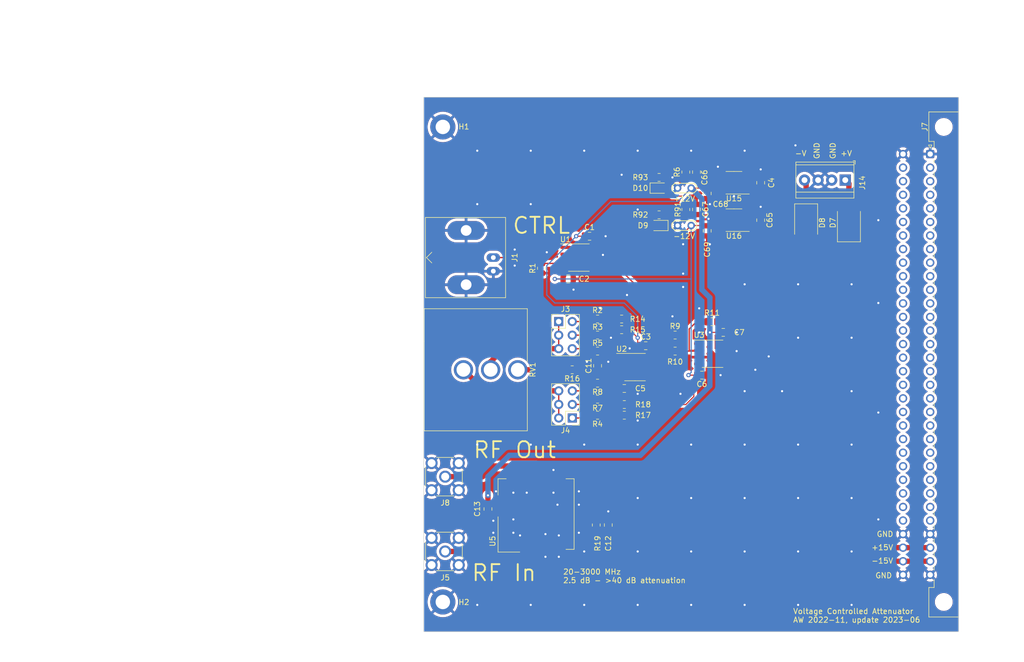
<source format=kicad_pcb>
(kicad_pcb (version 20241229) (generator "pcbnew") (generator_version "9.0")
  (title_block (title "Voltage Controlled Attenuator") (date "2022-11-27"))
  (layers (0 "F.Cu" signal) (2 "B.Cu" signal) (13 "F.Paste" user) (15 "B.Paste" user) (5 "F.SilkS" user "F.Silkscreen") (7 "B.SilkS" user "B.Silkscreen") (1 "F.Mask" user) (3 "B.Mask" user) (25 "Edge.Cuts" user))
  (net 0 "")
  (net 1 "V+")
  (net 2 "GND")
  (net 3 "V-")
  (net 4 "Net-(U2-+)")
  (net 5 "Net-(U15-SET)")
  (net 6 "Net-(U16-SET)")
  (net 7 "+15V")
  (net 8 "-15V")
  (net 9 "Net-(D7-A)")
  (net 10 "Net-(D8-K)")
  (net 11 "Net-(D9-A)")
  (net 12 "Net-(D10-K)")
  (net 13 "Net-(J1-In)")
  (net 14 "Net-(J3-Pin_2)")
  (net 15 "Net-(J3-Pin_4)")
  (net 16 "Net-(J3-Pin_6)")
  (net 17 "Net-(J4-Pin_1)")
  (net 18 "Net-(J4-Pin_3)")
  (net 19 "Net-(J4-Pin_5)")
  (net 36 "Net-(R14-Pad2)")
  (net 37 "Net-(R17-Pad2)")
  (net 38 "Net-(R11-Pad2)")
  (net 77 "Net-(U1--)")
  (net 78 "Net-(U3--)")
  (net 79 "Net-(U2--)")
  (net 92 "Net-(U5-CNTRL)")
  (net 93 "Net-(J5-In)")
  (net 94 "Net-(J8-In)")
  (net 95 "Net-(J3-Pin_1)")
  (net 96 "Net-(J4-Pin_2)")
  (net 97 "Net-(R16-Pad2)")
  (footprint "Package_SO:MSOP-12-1EP_3x4mm_P0.65mm_EP1.65x2.85mm" (layer "F.Cu") (at 158 73 180)
    (property "Reference" "U16")
    (property "Value" "LT3094xMSE")
  )
  (footprint "Resistor_SMD:R_0805_2012Metric" (layer "F.Cu") (at 132.5 103.5 180)
    (property "Reference" "R8")
    (property "Value" "1k")
  )
  (footprint "Package_SO:SOIC-8_3.9x4.9mm_P1.27mm" (layer "F.Cu") (at 129 80)
    (property "Reference" "U1")
    (property "Value" "ADA4610-1xR")
  )
  (footprint "RF_Mini-Circuits:Mini-Circuits_CK605" (layer "F.Cu") (at 121 128 90)
    (property "Reference" "U5")
    (property "Value" "RVA-3000R")
  )
  (footprint "Connector_PinHeader_2.54mm:PinHeader_2x03_P2.54mm_Vertical" (layer "F.Cu") (at 125.225 91.975)
    (property "Reference" "J3")
    (property "Value" "Conn_02x03_Odd_Even")
  )
  (footprint "Resistor_SMD:R_0805_2012Metric" (layer "F.Cu") (at 132.5 91.5)
    (property "Reference" "R2")
    (property "Value" "1k")
  )
  (footprint "Resistor_SMD:R_0805_2012Metric" (layer "F.Cu") (at 132.5 109.5 180)
    (property "Reference" "R4")
    (property "Value" "1k")
  )
  (footprint "Connector_PinHeader_2.54mm:PinHeader_2x03_P2.54mm_Vertical" (layer "F.Cu") (at 127.775 110.025 180)
    (property "Reference" "J4")
    (property "Value" "Conn_02x03_Odd_Even")
  )
  (footprint "Capacitor_SMD:C_0805_2012Metric" (layer "F.Cu") (at 156 94)
    (property "Reference" "C7")
    (property "Value" "C_0805")
  )
  (footprint "LED_SMD:LED_0805_2012Metric" (layer "F.Cu") (at 144 74 180)
    (property "Reference" "D9")
    (property "Value" "LED")
  )
  (footprint "Capacitor_SMD:C_0805_2012Metric" (layer "F.Cu") (at 112 127.05 -90)
    (property "Reference" "C13")
    (property "Value" "C_0805")
  )
  (footprint "Resistor_SMD:R_0805_2012Metric" (layer "F.Cu") (at 137 93.5 180)
    (property "Reference" "R15")
    (property "Value" "0R")
  )
  (footprint "Capacitor_SMD:C_0805_2012Metric" (layer "F.Cu") (at 132.5 100.25 90)
    (property "Reference" "C11")
    (property "Value" "C_0805")
  )
  (footprint "Capacitor_SMD:C_0805_2012Metric" (layer "F.Cu") (at 153 75 90)
    (property "Reference" "C69")
    (property "Value" "4u7")
  )
  (footprint "Package_SO:SOIC-8_3.9x4.9mm_P1.27mm" (layer "F.Cu") (at 154 98)
    (property "Reference" "U3")
    (property "Value" "ADA4610-1xR")
  )
  (footprint "Capacitor_SMD:C_0805_2012Metric" (layer "F.Cu") (at 151 64 90)
    (property "Reference" "C66")
    (property "Value" "470n")
  )
  (footprint "Diode_SMD:D_SMB" (layer "F.Cu") (at 179.5 73.5 90)
    (property "Reference" "D7")
    (property "Value" "D")
  )
  (footprint "Diode_SMD:D_SMB" (layer "F.Cu") (at 171.5 73.5 -90)
    (property "Reference" "D8")
    (property "Value" "D")
  )
  (footprint "Connector_DIN:DIN41612_C_2x32_Male_Horizontal_THT" (layer "F.Cu") (at 194.7 60.63 -90)
    (property "Reference" "J7")
    (property "Value" "DIN41612_02x32_AC")
  )
  (footprint "TerminalBlock_TE-Connectivity:TerminalBlock_TE_282834-4_1x04_P2.54mm_Horizontal" (layer "F.Cu") (at 178.815 65.5 180)
    (property "Reference" "J14")
    (property "Value" "Conn_01x04")
  )
  (footprint "Resistor_SMD:R_0805_2012Metric" (layer "F.Cu") (at 147 94.5)
    (property "Reference" "R9")
    (property "Value" "1k")
  )
  (footprint "Capacitor_SMD:C_0805_2012Metric" (layer "F.Cu") (at 152 102 180)
    (property "Reference" "C6")
    (property "Value" "C_0805")
  )
  (footprint "Capacitor_SMD:C_0805_2012Metric" (layer "F.Cu") (at 141.5 96.5)
    (property "Reference" "C3")
    (property "Value" "C_0805")
  )
  (footprint "Resistor_SMD:R_0805_2012Metric" (layer "F.Cu") (at 137.5 107.5 180)
    (property "Reference" "R18")
    (property "Value" "0R")
  )
  (footprint "Capacitor_SMD:C_0805_2012Metric" (layer "F.Cu") (at 134.5 130.05 -90)
    (property "Reference" "C12")
    (property "Value" "C_0805")
  )
  (footprint "Capacitor_SMD:C_0805_2012Metric" (layer "F.Cu") (at 131 76)
    (property "Reference" "C1")
    (property "Value" "C_0805")
  )
  (footprint "Capacitor_SMD:C_0805_2012Metric" (layer "F.Cu") (at 163 66 90)
    (property "Reference" "C4")
    (property "Value" "4u7")
  )
  (footprint "Resistor_SMD:R_0805_2012Metric" (layer "F.Cu") (at 132.5 94.5)
    (property "Reference" "R3")
    (property "Value" "1k")
  )
  (footprint "Connector_Coaxial:SMA_Molex_73251-2200_Horizontal" (layer "F.Cu") (at 104 135 90)
    (property "Reference" "J5")
    (property "Value" "RF_IN")
  )
  (footprint "TestPoint:TestPoint_2Pads_Pitch2.54mm_Drill0.8mm" (layer "F.Cu") (at 150 74 180)
    (property "Reference" "-12V")
    (property "Value" "TestPoint_2Pole")
  )
  (footprint "Resistor_SMD:R_0805_2012Metric" (layer "F.Cu") (at 132.5 97.5)
    (property "Reference" "R5")
    (property "Value" "1k")
  )
  (footprint "Capacitor_SMD:C_0805_2012Metric" (layer "F.Cu") (at 151 71 -90)
    (property "Reference" "C67")
    (property "Value" "470n")
  )
  (footprint "Resistor_SMD:R_0805_2012Metric" (layer "F.Cu") (at 137.5 109.5 180)
    (property "Reference" "R17")
    (property "Value" "0R")
  )
  (footprint "Capacitor_SMD:C_0805_2012Metric" (layer "F.Cu") (at 127 84)
    (property "Reference" "C2")
    (property "Value" "C_0805")
  )
  (footprint "LED_SMD:LED_0805_2012Metric" (layer "F.Cu") (at 144 67)
    (property "Reference" "D10")
    (property "Value" "LED")
  )
  (footprint "aw_kicad6:Potentiometer_Bourns_3590S_Single_Horizontal" (layer "F.Cu") (at 112.5 101 -90)
    (property "Reference" "RV1")
    (property "Value" "R_Potentiometer")
  )
  (footprint "Resistor_SMD:R_0805_2012Metric" (layer "F.Cu") (at 122 82 90)
    (property "Reference" "R1")
    (property "Value" "1k")
  )
  (footprint "Resistor_SMD:R_0805_2012Metric" (layer "F.Cu") (at 144 72 180)
    (property "Reference" "R92")
    (property "Value" "121k")
  )
  (footprint "Resistor_SMD:R_0805_2012Metric" (layer "F.Cu") (at 144 65)
    (property "Reference" "R93")
    (property "Value" "121k")
  )
  (footprint "Resistor_SMD:R_0805_2012Metric" (layer "F.Cu") (at 132.25 130.05 90)
    (property "Reference" "R19")
    (property "Value" "1k")
  )
  (footprint "Resistor_SMD:R_0805_2012Metric" (layer "F.Cu") (at 132.5 106.5 180)
    (property "Reference" "R7")
    (property "Value" "1k")
  )
  (footprint "Resistor_SMD:R_0805_2012Metric" (layer "F.Cu") (at 153.9125 92)
    (property "Reference" "R11")
    (property "Value" "1k")
  )
  (footprint "Capacitor_SMD:C_0805_2012Metric" (layer "F.Cu") (at 163 73 -90)
    (property "Reference" "C65")
    (property "Value" "4u7")
  )
  (footprint "MountingHole:MountingHole_2.7mm_M2.5_DIN965_Pad" (layer "F.Cu") (at 103.56 55.55)
    (property "Reference" "H1")
    (property "Value" "MountingHole_Pad")
  )
  (footprint "Resistor_SMD:R_0805_2012Metric" (layer "F.Cu") (at 149 71 -90)
    (property "Reference" "R91")
    (property "Value" "121k")
  )
  (footprint "Resistor_SMD:R_0805_2012Metric" (layer "F.Cu") (at 147 97.5)
    (property "Reference" "R10")
    (property "Value" "1k")
  )
  (footprint "Connector_Coaxial:BNC_Amphenol_B6252HB-NPP3G-50_Horizontal" (layer "F.Cu") (at 113 80 90)
    (property "Reference" "J1")
    (property "Value" "Conn_Coaxial")
  )
  (footprint "Resistor_SMD:R_0805_2012Metric" (layer "F.Cu") (at 127.75 101 180)
    (property "Reference" "R16")
    (property "Value" "1k")
  )
  (footprint "Capacitor_SMD:C_0805_2012Metric" (layer "F.Cu") (at 137.5 104.5)
    (property "Reference" "C5")
    (property "Value" "C_0805")
  )
  (footprint "Resistor_SMD:R_0805_2012Metric" (layer "F.Cu") (at 149 64 90)
    (property "Reference" "R6")
    (property "Value" "121k")
  )
  (footprint "Package_SO:MSOP-12-1EP_3x4mm_P0.65mm_EP1.65x2.85mm" (layer "F.Cu") (at 158 66 180)
    (property "Reference" "U15")
    (property "Value" "LT3045xMSE")
  )
  (footprint "Package_SO:SOIC-8_3.9x4.9mm_P1.27mm" (layer "F.Cu") (at 139.5 100.5)
    (property "Reference" "U2")
    (property "Value" "ADA4610-1xR")
  )
  (footprint "MountingHole:MountingHole_2.7mm_M2.5_DIN965_Pad" (layer "F.Cu") (at 103.56 144.45)
    (property "Reference" "H2")
    (property "Value" "MountingHole_Pad")
  )
  (footprint "TestPoint:TestPoint_2Pads_Pitch2.54mm_Drill0.8mm" (layer "F.Cu") (at 150 67 180)
    (property "Reference" "+12V")
    (property "Value" "TestPoint_2Pole")
  )
  (footprint "Resistor_SMD:R_0805_2012Metric" (layer "F.Cu") (at 137 91.5 180)
    (property "Reference" "R14")
    (property "Value" "0R")
  )
  (footprint "Capacitor_SMD:C_0805_2012Metric" (layer "F.Cu") (at 153 68 -90)
    (property "Reference" "C68")
    (property "Value" "4u7")
  )
  (footprint "Connector_Coaxial:SMA_Molex_73251-2200_Horizontal" (layer "F.Cu") (at 104 121 90)
    (property "Reference" "J8")
    (property "Value" "RF_OUT")
  )
  (gr_rect (start 100 50) (end 200 150) (stroke (width 0.1)) (fill no) (layer "Edge.Cuts"))
  (gr_text "+V" (at 179 60.5 0) (layer "F.SilkS") (effects (font (size 1 1))))
  (gr_text "GND" (at 176.5 60 90) (layer "F.SilkS") (effects (font (size 1 1))))
  (gr_text "-V" (at 170.5 60.5 0) (layer "F.SilkS") (effects (font (size 1 1))))
  (gr_text "GND" (at 186.25 131.75 0) (layer "F.SilkS") (effects (font (size 1 1))))
  (gr_text "Voltage Controlled Attenuator\nAW 2022-11, update 2023-06" (at 169 147 0) (layer "F.SilkS") (effects (font (size 1 1)) (justify left)))
  (gr_text "20-3000 MHz\n2.5 dB - >40 dB attenuation" (at 126 141 0) (layer "F.SilkS") (effects (font (size 1 1)) (justify left bottom)))
  (gr_text "GND" (at 173.5 60 90) (layer "F.SilkS") (effects (font (size 1 1))))
  (gr_text "-15V" (at 185.75 136.75 0) (layer "F.SilkS") (effects (font (size 1 1))))
  (gr_text "RF Out" (at 117 116 0) (layer "F.SilkS") (effects (font (size 3 3) (thickness 0.35))))
  (gr_text "+15V" (at 185.75 134.25 0) (layer "F.SilkS") (effects (font (size 1 1))))
  (gr_text "RF In" (at 115 139 0) (layer "F.SilkS") (effects (font (size 3 3) (thickness 0.35))))
  (gr_text "CTRL" (at 122 74 0) (layer "F.SilkS") (effects (font (size 3 3) (thickness 0.35))))
  (gr_text "GND" (at 186 139.5 0) (layer "F.SilkS") (effects (font (size 1 1))))
  (segment (start 152.95 67) (end 150 67) (width 0.2) (layer "F.Cu") (net 1))
  (segment (start 153.725 66.325) (end 153 67.05) (width 0.2) (layer "F.Cu") (net 1))
  (segment (start 140 99) (end 140 97.05) (width 0.2) (layer "F.Cu") (net 1))
  (segment (start 153.075 66.975) (end 153 67.05) (width 0.2) (layer "F.Cu") (net 1))
  (segment (start 155.85 66.975) (end 153.075 66.975) (width 0.2) (layer "F.Cu") (net 1))
  (segment (start 148.5 68.5) (end 146.4375 68.5) (width 0.2) (layer "F.Cu") (net 1))
  (segment (start 140 95) (end 140 95.95) (width 0.2) (layer "F.Cu") (net 1))
  (segment (start 114.904 126.349) (end 112.249 126.349) (width 1) (layer "F.Cu") (net 1))
  (segment (start 141.975 99.865) (end 140.865 99.865) (width 0.2) (layer "F.Cu") (net 1))
  (segment (start 146.4375 68.5) (end 144.9375 67) (width 0.2) (layer "F.Cu") (net 1))
  (segment (start 153.575 67.625) (end 153 67.05) (width 0.2) (layer "F.Cu") (net 1))
  (segment (start 130.115 79.365) (end 129.5 78.75) (width 0.2) (layer "F.Cu") (net 1))
  (segment (start 131.475 79.365) (end 130.115 79.365) (width 0.2) (layer "F.Cu") (net 1))
  (segment (start 140 97.05) (end 140.55 96.5) (width 0.2) (layer "F.Cu") (net 1))
  (segment (start 154.5 94.55) (end 155.05 94) (width 0.2) (layer "F.Cu") (net 1))
  (segment (start 128.5 76) (end 130.05 76) (width 0.2) (layer "F.Cu") (net 1))
  (segment (start 140 95.95) (end 140.55 96.5) (width 0.2) (layer "F.Cu") (net 1))
  (segment (start 129.5 76.55) (end 130.05 76) (width 0.2) (layer "F.Cu") (net 1))
  (segment (start 129.5 78.75) (end 129.5 76.55) (width 0.2) (layer "F.Cu") (net 1))
  (segment (start 150 67) (end 148.5 68.5) (width 0.2) (layer "F.Cu") (net 1))
  (segment (start 112 124.5) (end 112 126.1) (width 1) (layer "F.Cu") (net 1))
  (segment (start 138.5 93.5) (end 140 95) (width 0.2) (layer "F.Cu") (net 1))
  (segment (start 154.5 97) (end 154.5 94.55) (width 0.2) (layer "F.Cu") (net 1))
  (segment (start 153.5 94) (end 155.05 94) (width 0.2) (layer "F.Cu") (net 1))
  (segment (start 137.9125 93.5) (end 138.5 93.5) (width 0.2) (layer "F.Cu") (net 1))
  (segment (start 153 67.05) (end 152.95 67) (width 0.2) (layer "F.Cu") (net 1))
  (segment (start 112.249 126.349) (end 112 126.1) (width 0.2) (layer "F.Cu") (net 1))
  (segment (start 155.85 66.325) (end 153.725 66.325) (width 0.2) (layer "F.Cu") (net 1))
  (segment (start 140.865 99.865) (end 140 99) (width 0.2) (layer "F.Cu") (net 1))
  (segment (start 154.865 97.365) (end 154.5 97) (width 0.2) (layer "F.Cu") (net 1))
  (segment (start 156.475 97.365) (end 154.865 97.365) (width 0.2) (layer "F.Cu") (net 1))
  (segment (start 155.85 67.625) (end 153.575 67.625) (width 0.2) (layer "F.Cu") (net 1))
  (via (at 112 124.5) (size 0.8) (drill 0.4) (layers "F.Cu" "B.Cu") (net 1))
  (via (at 153.5 94) (size 0.8) (drill 0.4) (layers "F.Cu" "B.Cu") (net 1))
  (via (at 140 95) (size 0.8) (drill 0.4) (layers "F.Cu" "B.Cu") (net 1))
  (via (at 128.5 76) (size 0.8) (drill 0.4) (layers "F.Cu" "B.Cu") (net 1))
  (segment (start 140 91) (end 137.5 88.5) (width 0.2) (layer "B.Cu") (net 1))
  (segment (start 124.5 88.5) (end 123 87) (width 0.2) (layer "B.Cu") (net 1))
  (segment (start 150 67) (end 147.5 69.5) (width 0.2) (layer "B.Cu") (net 1))
  (segment (start 145 112.5) (end 140.5 117) (width 1) (layer "B.Cu") (net 1))
  (segment (start 123 84.5) (end 123 87) (width 0.2) (layer "B.Cu") (net 1))
  (segment (start 123 81.5) (end 123 84.5) (width 0.2) (layer "B.Cu") (net 1))
  (segment (start 137.5 88.5) (end 124.5 88.5) (width 0.2) (layer "B.Cu") (net 1))
  (segment (start 134 70.5) (end 128.5 76) (width 0.2) (layer "B.Cu") (net 1))
  (segment (start 153.5 104) (end 145 112.5) (width 1) (layer "B.Cu") (net 1))
  (segment (start 112 121) (end 112 124.5) (width 1) (layer "B.Cu") (net 1))
  (segment (start 119.5 117) (end 116 117) (width 1) (layer "B.Cu") (net 1))
  (segment (start 128.5 76) (end 123 81.5) (width 0.2) (layer "B.Cu") (net 1))
  (segment (start 140.5 117) (end 119.5 117) (width 1) (layer "B.Cu") (net 1))
  (segment (start 140 95) (end 140 91) (width 0.2) (layer "B.Cu") (net 1))
  (segment (start 150 67) (end 152 69) (width 1) (layer "B.Cu") (net 1))
  (segment (start 152 86) (end 153.5 87.5) (width 1) (layer "B.Cu") (net 1))
  (segment (start 135 69.5) (end 134 70.5) (width 0.2) (layer "B.Cu") (net 1))
  (segment (start 147.5 69.5) (end 135 69.5) (width 0.2) (layer "B.Cu") (net 1))
  (segment (start 116 117) (end 112 121) (width 1) (layer "B.Cu") (net 1))
  (segment (start 152 69) (end 152 86) (width 1) (layer "B.Cu") (net 1))
  (segment (start 153.5 87.5) (end 153.5 94) (width 1) (layer "B.Cu") (net 1))
  (segment (start 153.5 94) (end 153.5 104) (width 1) (layer "B.Cu") (net 1))
  (segment (start 148 66) (end 147.5 65.5) (width 0.25) (layer "F.Cu") (net 2))
  (segment (start 147.5 63) (end 148.9125 63) (width 0.25) (layer "F.Cu") (net 2))
  (segment (start 147.5 65.5) (end 147.5 63) (width 0.25) (layer "F.Cu") (net 2))
  (segment (start 160.15 71.375) (end 162.325 71.375) (width 0.25) (layer "F.Cu") (net 2))
  (segment (start 158 65.25) (end 158.875 64.375) (width 0.25) (layer "F.Cu") (net 2))
  (segment (start 158.875 64.375) (end 160.15 64.375) (width 0.25) (layer "F.Cu") (net 2))
  (segment (start 148.9125 63) (end 149 63.0875) (width 0.25) (layer "F.Cu") (net 2))
  (segment (start 157.675 65.675) (end 158 66) (width 0.25) (layer "F.Cu") (net 2))
  (segment (start 160.15 70.65) (end 158 68.5) (width 0.25) (layer "F.Cu") (net 2))
  (segment (start 158 66) (end 158 65.25) (width 0.25) (layer "F.Cu") (net 2))
  (segment (start 148 66.5) (end 148 66) (width 0.25) (layer "F.Cu") (net 2))
  (segment (start 146.5 66.04) (end 146.5 65) (width 0.25) (layer "F.Cu") (net 2))
  (segment (start 147.46 67) (end 147.5 67) (width 0.25) (layer "F.Cu") (net 2))
  (segment (start 160.15 71.375) (end 160.15 70.65) (width 0.25) (layer "F.Cu") (net 2))
  (segment (start 147.46 67) (end 146.5 66.04) (width 0.25) (layer "F.Cu") (net 2))
  (segment (start 156.95 94) (end 158.5 94) (width 0.25) (layer "F.Cu") (net 2))
  (segment (start 147.5 67) (end 148 66.5) (width 0.25) (layer "F.Cu") (net 2))
  (segment (start 155.85 72.675) (end 153.325 72.675) (width 0.25) (layer "F.Cu") (net 2))
  (segment (start 155.85 65.675) (end 157.675 65.675) (width 0.25) (layer "F.Cu") (net 2))
  (segment (start 153.325 72.675) (end 153.25 72.75) (width 0.25) (layer "F.Cu") (net 2))
  (segment (start 162.325 71.375) (end 163 72.05) (width 0.25) (layer "F.Cu") (net 2))
  (via (at 130 115) (size 0.8) (drill 0.4) (layers "F.Cu" "B.Cu") (net 2))
  (via (at 185 88.5) (size 0.8) (drill 0.4) (layers "F.Cu" "B.Cu") (net 2))
  (via (at 130 60) (size 0.8) (drill 0.4) (layers "F.Cu" "B.Cu") (net 2))
  (via (at 113.5 123.75) (size 0.8) (drill 0.4) (layers "F.Cu" "B.Cu") (net 2))
  (via (at 160 125) (size 0.8) (drill 0.4) (layers "F.Cu" "B.Cu") (net 2))
  (via (at 180 85) (size 0.8) (drill 0.4) (layers "F.Cu" "B.Cu") (net 2))
  (via (at 140 125) (size 0.8) (drill 0.4) (layers "F.Cu" "B.Cu") (net 2))
  (via (at 170 115) (size 0.8) (drill 0.4) (layers "F.Cu" "B.Cu") (net 2))
  (via (at 140 110.5) (size 0.8) (drill 0.4) (layers "F.Cu" "B.Cu") (net 2))
  (via (at 148 105.5) (size 0.8) (drill 0.4) (layers "F.Cu" "B.Cu") (net 2))
  (via (at 160 145) (size 0.8) (drill 0.4) (layers "F.Cu" "B.Cu") (net 2))
  (via (at 135 95) (size 0.8) (drill 0.4) (layers "F.Cu" "B.Cu") (net 2))
  (via (at 150 115) (size 0.8) (drill 0.4) (layers "F.Cu" "B.Cu") (net 2))
  (via (at 148.5 77.5) (size 0.8) (drill 0.4) (layers "F.Cu" "B.Cu") (net 2))
  (via (at 180 145) (size 0.8) (drill 0.4) (layers "F.Cu" "B.Cu") (net 2))
  (via (at 158.5 94) (size 0.8) (drill 0.4) (layers "F.Cu" "B.Cu") (net 2))
  (via (at 148.5 83) (size 0.8) (drill 0.4) (layers "F.Cu" "B.Cu") (net 2))
  (via (at 123 79) (size 0.8) (drill 0.4) (layers "F.Cu" "B.Cu") (net 2))
  (via (at 146.5 91) (size 0.8) (drill 0.4) (layers "F.Cu" "B.Cu") (net 2))
  (via (at 125.25 132) (size 0.8) (drill 0.4) (layers "F.Cu" "B.Cu") (net 2))
  (via (at 160 135) (size 0.8) (drill 0.4) (layers "F.Cu" "B.Cu") (net 2))
  (via (at 185 73) (size 0.8) (drill 0.4) (layers "F.Cu" "B.Cu") (net 2))
  (via (at 116.75 129) (size 0.8) (drill 0.4) (layers "F.Cu" "B.Cu") (net 2))
  (via (at 151.5 89.5) (size 0.8) (drill 0.4) (layers "F.Cu" "B.Cu") (net 2))
  (via (at 140 105.5) (size 0.8) (drill 0.4) (layers "F.Cu" "B.Cu") (net 2))
  (via (at 120 145) (size 0.8) (drill 0.4) (layers "F.Cu" "B.Cu") (net 2))
  (via (at 167 105) (size 0.8) (drill 0.4) (layers "F.Cu" "B.Cu") (net 2))
  (via (at 124.25 119.75) (size 0.8) (drill 0.4) (layers "F.Cu" "B.Cu") (net 2))
  (via (at 140 60) (size 0.8) (drill 0.4) (layers "F.Cu" "B.Cu") (net 2))
  (via (at 180 125) (size 0.8) (drill 0.4) (layers "F.Cu" "B.Cu") (net 2))
  (via (at 133.5 79.5) (size 0.8) (drill 0.4) (layers "F.Cu" "B.Cu") (net 2))
  (via (at 164.5 98.5) (size 0.8) (drill 0.4) (layers "F.Cu" "B.Cu") (net 2))
  (via (at 140 115) (size 0.8) (drill 0.4) (layers "F.Cu" "B.Cu") (net 2))
  (via (at 130 145) (size 0.8) (drill 0.4) (layers "F.Cu" "B.Cu") (net 2))
  (via (at 124.25 124) (size 0.8) (drill 0.4) (layers "F.Cu" "B.Cu") (net 2))
  (via (at 110 70) (size 0.8) (drill 0.4) (layers "F.Cu" "B.Cu") (net 2))
  (via (at 140 71) (size 0.8) (drill 0.4) (layers "F.Cu" "B.Cu") (net 2))
  (via (at 119.25 124) (size 0.8) (drill 0.4) (layers "F.Cu" "B.Cu") (net 2))
  (via (at 150 135) (size 0.8) (drill 0.4) (layers "F.Cu" "B.Cu") (net 2))
  (via (at 170 125) (size 0.8) (drill 0.4) (layers "F.Cu" "B.Cu") (net 2))
  (via (at 140 145) (size 0.8) (drill 0.4) (layers "F.Cu" "B.Cu") (net 2))
  (via (at 170 95) (size 0.8) (drill 0.4) (layers "F.Cu" "B.Cu") (net 2))
  (via (at 110 60) (size 0.8) (drill 0.4) (layers "F.Cu" "B.Cu") (net 2))
  (via (at 150 125) (size 0.8) (drill 0.4) (layers "F.Cu" "B.Cu") (net 2))
  (via (at 158.5 97.5) (size 0.8) (drill 0.4) (layers "F.Cu" "B.Cu") (net 2))
  (via (at 128 86) (size 0.8) (drill 0.4) (layers "F.Cu" "B.Cu") (net 2))
  (via (at 116.75 131.5) (size 0.8) (drill 0.4) (layers "F.Cu" "B.Cu") (net 2))
  (via (at 162 101) (size 0.8) (drill 0.4) (layers "F.Cu" "B.Cu") (net 2))
  (via (at 117 81.5) (size 0.8) (drill 0.4) (layers "F.Cu" "B.Cu") (net 2))
  (via (at 150 145) (size 0.8) (drill 0.4) (layers "F.Cu" "B.Cu") (net 2))
  (via (at 138 87) (size 0.8) (drill 0.4) (layers "F.Cu" "B.Cu") (net 2))
  (via (at 160 105) (size 0.8) (drill 0.4) (layers "F.Cu" "B.Cu") (net 2))
  (via (at 120 60) (size 0.8) (drill 0.4) (layers "F.Cu" "B.Cu") (net 2))
  (via (at 170 85) (size 0.8) (drill 0.4) (layers "F.Cu" "B.Cu") (net 2))
  (via (at 122.75 136) (size 0.8) (drill 0.4) (layers "F.Cu" "B.Cu") (net 2))
  (via (at 122.75 131.75) (size 0.8) (drill 0.4) (layers "F.Cu" "B.Cu") (net 2))
  (via (at 130 135) (size 0.8) (drill 0.4) (layers "F.Cu" "B.Cu") (net 2))
  (via (at 130.5 99.5) (size 0.8) (drill 0.4) (layers "F.Cu" "B.Cu") (net 2))
  (via (at 158 68.5) (size 0.8) (drill 0.4) (layers "F.Cu" "B.Cu") (net 2))
  (via (at 134.5 99.5) (size 0.8) (drill 0.4) (layers "F.Cu" "B.Cu") (net 2))
  (via (at 113 131.5) (size 0.8) (drill 0.4) (layers "F.Cu" "B.Cu") (net 2))
  (via (at 129 123.75) (size 0.8) (drill 0.4) (layers "F.Cu" "B.Cu") (net 2))
  (via (at 110 115) (size 0.8) (drill 0.4) (layers "F.Cu" "B.Cu") (net 2))
  (via (at 185 109) (size 0.8) (drill 0.4) (layers "F.Cu" "B.Cu") (net 2))
  (via (at 153.25 72.75) (size 0.8) (drill 0.4) (layers "F.Cu" "B.Cu") (net 2))
  (via (at 140 135) (size 0.8) (drill 0.4) (layers "F.Cu" "B.Cu") (net 2))
  (via (at 163 63.5) (size 0.8) (drill 0.4) (layers "F.Cu" "B.Cu") (net 2))
  (via (at 170 145) (size 0.8) (drill 0.4) (layers "F.Cu" "B.Cu") (net 2))
  (via (at 113 129.25) (size 0.8) (drill 0.4) (layers "F.Cu" "B.Cu") (net 2))
  (via (at 120 115) (size 0.8) (drill 0.4) (layers "F.Cu" "B.Cu") (net 2))
  (via (at 153.5 70) (size 0.8) (drill 0.4) (layers "F.Cu" "B.Cu") (net 2))
  (via (at 180 95) (size 0.8) (drill 0.4) (layers "F.Cu" "B.Cu") (net 2))
  (via (at 116.75 124) (size 0.8) (drill 0.4) (layers "F.Cu" "B.Cu") (net 2))
  (via (at 146.5 65) (size 0.8) (drill 0.4) (layers "F.Cu" "B.Cu") (net 2))
  (via (at 180 105) (size 0.8) (drill 0.4) (layers "F.Cu" "B.Cu") (net 2))
  (via (at 150 60) (size 0.8) (drill 0.4) (layers "F.Cu" "B.Cu") (net 2))
  (via (at 185 129) (size 0.8) (drill 0.4) (layers "F.Cu" "B.Cu") (net 2))
  (via (at 125 126.25) (size 0.8) (drill 0.4) (layers "F.Cu" "B.Cu") (net 2))
  (via (at 118 132) (size 0.8) (drill 0.4) (layers "F.Cu" "B.Cu") (net 2))
  (via (at 148.5 85.5) (size 0.8) (drill 0.4) (layers "F.Cu" "B.Cu") (net 2))
  (via (at 163 70.5) (size 0.8) (drill 0.4) (layers "F.Cu" "B.Cu") (net 2))
  (via (at 169.5 59) (size 0.8) (drill 0.4) (layers "F.Cu" "B.Cu") (net 2))
  (via (at 180 135) (size 0.8) (drill 0.4) (layers "F.Cu" "B.Cu") (net 2))
  (via (at 137 64.5) (size 0.8) (drill 0.4) (layers "F.Cu" "B.Cu") (net 2))
  (via (at 125.25 136) (size 0.8) (drill 0.4) (layers "F.Cu" "B.Cu") (net 2))
  (via (at 160 60) (size 0.8) (drill 0.4) (layers "F.Cu" "B.Cu") (net 2))
  (via (at 170 135) (size 0.8) (drill 0.4) (layers "F.Cu" "B.Cu") (net 2))
  (via (at 120 70) (size 0.8) (drill 0.4) (layers "F.Cu" "B.Cu") (net 2))
  (via (at 133 89.5) (size 0.8) (drill 0.4) (layers "F.Cu" "B.Cu") (net 2))
  (via (at 155 63) (size 0.8) (drill 0.4) (layers "F.Cu" "B.Cu") (net 2))
  (via (at 134 76) (size 0.8) (drill 0.4) (layers "F.Cu" "B.Cu") (net 2))
  (via (at 155.5 102) (size 0.8) (drill 0.4) (layers "F.Cu" "B.Cu") (net 2))
  (via (at 180 115) (size 0.8) (drill 0.4) (layers "F.Cu" "B.Cu") (net 2))
  (via (at 153.5 77.5) (size 0.8) (drill 0.4) (layers "F.Cu" "B.Cu") (net 2))
  (via (at 110 145) (size 0.8) (drill 0.4) (layers "F.Cu" "B.Cu") (net 2))
  (via (at 160 85) (size 0.8) (drill 0.4) (layers "F.Cu" "B.Cu") (net 2))
  (via (at 134.5 127.5) (size 0.8) (drill 0.4) (layers "F.Cu" "B.Cu") (net 2))
  (via (at 160 115) (size 0.8) (drill 0.4) (layers "F.Cu" "B.Cu") (net 2))
  (via (at 129 131.5) (size 0.8) (drill 0.4) (layers "F.Cu" "B.Cu") (net 2))
  (via (at 138.5 97) (size 0.8) (drill 0.4) (layers "F.Cu" "B.Cu") (net 2))
  (via (at 151.5 94) (size 0.8) (drill 0.4) (layers "F.Cu" "B.Cu") (net 2))
  (via (at 117 78.5) (size 0.8) (drill 0.4) (layers "F.Cu" "B.Cu") (net 2))
  (via (at 129 126.25) (size 0.8) (drill 0.4) (layers "F.Cu" "B.Cu") (net 2))
  (segment (start 137.025 102.405) (end 137.025 104.025) (width 0.2) (layer "F.Cu") (net 3))
  (segment (start 153.725 73.325) (end 153 74.05) (width 0.2) (layer "F.Cu") (net 3))
  (segment (start 150.5 102.55) (end 151.05 102) (width 0.2) (layer "F.Cu") (net 3))
  (segment (start 144.9375 74.9375) (end 144.9375 74) (width 0.2) (layer "F.Cu") (net 3))
  (segment (start 152.95 74) (end 150 74) (width 0.2) (layer "F.Cu") (net 3))
  (segment (start 136.55 105.05) (end 138.4125 106.9125) (width 0.2) (layer "F.Cu") (net 3))
  (segment (start 155.85 73.975) (end 153.075 73.975) (width 0.2) (layer "F.Cu") (net 3))
  (segment (start 148 76) (end 146 76) (width 0.2) (layer "F.Cu") (net 3))
  (segment (start 153.075 73.975) (end 153 74.05) (width 0.2) (layer "F.Cu") (net 3))
  (segment (start 150.5 106) (end 150.5 102.55) (width 0.2) (layer "F.Cu") (net 3))
  (segment (start 137.025 104.025) (end 136.55 104.5) (width 0.2) (layer "F.Cu") (net 3))
  (segment (start 153 74.05) (end 152.95 74) (width 0.2) (layer "F.Cu") (net 3))
  (segment (start 126.525 81.905) (end 126.525 83.525) (width 0.2) (layer "F.Cu") (net 3))
  (segment (start 149.5 102) (end 151.05 102) (width 0.2) (layer "F.Cu") (net 3))
  (segment (start 151.525 99.905) (end 151.525 101.525) (width 0.2) (layer "F.Cu") (net 3))
  (segment (start 155.85 74.625) (end 153.575 74.625) (width 0.2) (layer "F.Cu") (net 3))
  (segment (start 138.4125 107.5) (end 149 107.5) (width 0.2) (layer "F.Cu") (net 3))
  (segment (start 136.55 104.5) (end 136.55 105.05) (width 0.2) (layer "F.Cu") (net 3))
  (segment (start 151.525 101.525) (end 151.05 102) (width 0.2) (layer "F.Cu") (net 3))
  (segment (start 146 76) (end 144.9375 74.9375) (width 0.2) (layer "F.Cu") (net 3))
  (segment (start 149 107.5) (end 150.5 106) (width 0.2) (layer "F.Cu") (net 3))
  (segment (start 124.5 84) (end 126.05 84) (width 0.2) (layer "F.Cu") (net 3))
  (segment (start 138.4125 106.9125) (end 138.4125 107.5) (width 0.2) (layer "F.Cu") (net 3))
  (segment (start 126.525 83.525) (end 126.05 84) (width 0.2) (layer "F.Cu") (net 3))
  (segment (start 150 74) (end 148 76) (width 0.2) (layer "F.Cu") (net 3))
  (segment (start 155.85 73.325) (end 153.725 73.325) (width 0.2) (layer "F.Cu") (net 3))
  (segment (start 153.575 74.625) (end 153 74.05) (width 0.2) (layer "F.Cu") (net 3))
  (via (at 149.5 102) (size 0.8) (drill 0.4) (layers "F.Cu" "B.Cu") (net 3))
  (via (at 124.5 84) (size 0.8) (drill 0.4) (layers "F.Cu" "B.Cu") (net 3))
  (segment (start 150 84) (end 150 101.5) (width 0.2) (layer "B.Cu") (net 3))
  (segment (start 150 101.5) (end 149.5 102) (width 0.2) (layer "B.Cu") (net 3))
  (segment (start 150 84) (end 124.5 84) (width 0.2) (layer "B.Cu") (net 3))
  (segment (start 150 84) (end 150 74) (width 0.2) (layer "B.Cu") (net 3))
  (segment (start 132.565 101.135) (end 132.5 101.2) (width 0.25) (layer "F.Cu") (net 4))
  (segment (start 137.025 101.135) (end 132.565 101.135) (width 0.25) (layer "F.Cu") (net 4))
  (segment (start 128.8625 101.2) (end 128.6625 101) (width 0.25) (layer "F.Cu") (net 4))
  (segment (start 132.5 101.2) (end 128.8625 101.2) (width 0.25) (layer "F.Cu") (net 4))
  (segment (start 155.85 65.025) (end 151.075 65.025) (width 0.25) (layer "F.Cu") (net 5))
  (segment (start 151.075 65.025) (end 151 64.95) (width 0.25) (layer "F.Cu") (net 5))
  (segment (start 149.0375 64.95) (end 149 64.9125) (width 0.25) (layer "F.Cu") (net 5))
  (segment (start 151 64.95) (end 149.0375 64.95) (width 0.25) (layer "F.Cu") (net 5))
  (segment (start 151.075 72.025) (end 151 71.95) (width 0.25) (layer "F.Cu") (net 6))
  (segment (start 149.0375 71.95) (end 149 71.9125) (width 0.25) (layer "F.Cu") (net 6))
  (segment (start 155.85 72.025) (end 151.075 72.025) (width 0.25) (layer "F.Cu") (net 6))
  (segment (start 151 71.95) (end 149.0375 71.95) (width 0.25) (layer "F.Cu") (net 6))
  (segment (start 165.05 66.95) (end 163 66.95) (width 1) (layer "F.Cu") (net 7))
  (segment (start 160.15 66.975) (end 162.975 66.975) (width 0.25) (layer "F.Cu") (net 7))
  (segment (start 187 76) (end 187 67.185) (width 1) (layer "F.Cu") (net 7))
  (segment (start 160.15 65.675) (end 161.325 65.675) (width 0.25) (layer "F.Cu") (net 7))
  (segment (start 155.85 64.375) (end 155.85 64.15) (width 0.25) (layer "F.Cu") (net 7))
  (segment (start 194.7 134.29) (end 189.62 134.29) (width 1) (layer "F.Cu") (net 7))
  (segment (start 186.65 75.65) (end 179.5 75.65) (width 1) (layer "F.Cu") (net 7))
  (segment (start 189.62 134.29) (end 188.29 134.29) (width 1) (layer "F.Cu") (net 7))
  (segment (start 180.815 61) (end 168 61) (width 1) (layer "F.Cu") (net 7))
  (segment (start 161.5 63.5) (end 161.5 65.5) (width 0.25) (layer "F.Cu") (net 7))
  (segment (start 166 66) (end 165.05 66.95) (width 1) (layer "F.Cu") (net 7))
  (segment (start 162.975 66.975) (end 163 66.95) (width 0.25) (layer "F.Cu") (net 7))
  (segment (start 187 67.185) (end 180.815 61) (width 1) (layer "F.Cu") (net 7))
  (segment (start 188.29 134.29) (end 187 133) (width 1) (layer "F.Cu") (net 7))
  (segment (start 162.325 67.625) (end 163 66.95) (width 0.25) (layer "F.Cu") (net 7))
  (segment (start 168 61) (end 166 63) (width 1) (layer "F.Cu") (net 7))
  (segment (start 161.725 65.675) (end 163 66.95) (width 0.25) (layer "F.Cu") (net 7))
  (segment (start 160.15 67.625) (end 162.325 67.625) (width 0.25) (layer "F.Cu") (net 7))
  (segment (start 161.325 65.675) (end 161.725 65.675) (width 0.25) (layer "F.Cu") (net 7))
  (segment (start 162.375 66.325) (end 163 66.95) (width 0.25) (layer "F.Cu") (net 7))
  (segment (start 187 76) (end 186.65 75.65) (width 1) (layer "F.Cu") (net 7))
  (segment (start 187 133) (end 187 76) (width 1) (layer "F.Cu") (net 7))
  (segment (start 155.85 64.15) (end 156.5 63.5) (width 0.25) (layer "F.Cu") (net 7))
  (segment (start 156.5 63.5) (end 161.5 63.5) (width 0.25) (layer "F.Cu") (net 7))
  (segment (start 160.15 66.325) (end 162.375 66.325) (width 0.25) (layer "F.Cu") (net 7))
  (segment (start 161.5 65.5) (end 161.325 65.675) (width 0.25) (layer "F.Cu") (net 7))
  (segment (start 166 63) (end 166 66) (width 1) (layer "F.Cu") (net 7))
  (segment (start 189.62 136.83) (end 186.83 136.83) (width 1) (layer "F.Cu") (net 8))
  (segment (start 162.375 73.325) (end 163 73.95) (width 0.25) (layer "F.Cu") (net 8))
  (segment (start 171.25 81.25) (end 171.5 81) (width 1) (layer "F.Cu") (net 8))
  (segment (start 162.975 73.975) (end 163 73.95) (width 0.25) (layer "F.Cu") (net 8))
  (segment (start 161.325 73.325) (end 162.375 73.325) (width 0.25) (layer "F.Cu") (net 8))
  (segment (start 160.15 73.975) (end 162.975 73.975) (width 0.25) (layer "F.Cu") (net 8))
  (segment (start 186.83 136.83) (end 183 133) (width 1) (layer "F.Cu") (net 8))
  (segment (start 171.5 81) (end 171.5 75.65) (width 1) (layer "F.Cu") (net 8))
  (segment (start 161.5 73.15) (end 161.325 73.325) (width 0.25) (layer "F.Cu") (net 8))
  (segment (start 162.325 74.625) (end 163 73.95) (width 0.25) (layer "F.Cu") (net 8))
  (segment (start 194.7 136.83) (end 189.62 136.83) (width 1) (layer "F.Cu") (net 8))
  (segment (start 160.15 72.025) (end 161.475 72.025) (width 0.25) (layer "F.Cu") (net 8))
  (segment (start 161.475 72.025) (end 161.5 72) (width 0.25) (layer "F.Cu") (net 8))
  (segment (start 161.5 72) (end 161.5 73.15) (width 0.25) (layer "F.Cu") (net 8))
  (segment (start 183 133) (end 183 83) (width 1) (layer "F.Cu") (net 8))
  (segment (start 170.3 81.25) (end 163 73.95) (width 1) (layer "F.Cu") (net 8))
  (segment (start 160.15 73.325) (end 158.325 73.325) (width 0.25) (layer "F.Cu") (net 8))
  (segment (start 171.25 81.25) (end 170.3 81.25) (width 1) (layer "F.Cu") (net 8))
  (segment (start 181.25 81.25) (end 171.25 81.25) (width 1) (layer "F.Cu") (net 8))
  (segment (start 158.325 73.325) (end 158 73) (width 0.25) (layer "F.Cu") (net 8))
  (segment (start 160.15 73.325) (end 161.325 73.325) (width 0.25) (layer "F.Cu") (net 8))
  (segment (start 183 83) (end 181.25 81.25) (width 1) (layer "F.Cu") (net 8))
  (segment (start 160.15 74.625) (end 162.325 74.625) (width 0.25) (layer "F.Cu") (net 8))
  (segment (start 179.5 71.35) (end 179.5 66.185) (width 1) (layer "F.Cu") (net 9))
  (segment (start 179.5 66.185) (end 178.815 65.5) (width 1) (layer "F.Cu") (net 9))
  (segment (start 171.5 71.35) (end 171.5 65.805) (width 1) (layer "F.Cu") (net 10))
  (segment (start 171.5 65.805) (end 171.195 65.5) (width 1) (layer "F.Cu") (net 10))
  (segment (start 143.0625 72.025) (end 143.0875 72) (width 0.25) (layer "F.Cu") (net 11))
  (segment (start 143.0625 74) (end 143.0625 72.025) (width 0.25) (layer "F.Cu") (net 11))
  (segment (start 143.0625 67) (end 143.0625 65.025) (width 0.25) (layer "F.Cu") (net 12))
  (segment (start 143.0625 65.025) (end 143.0875 65) (width 0.25) (layer "F.Cu") (net 12))
  (segment (start 120.9125 80) (end 122 81.0875) (width 0.25) (layer "F.Cu") (net 13))
  (segment (start 124.865 80.635) (end 126.525 80.635) (width 0.25) (layer "F.Cu") (net 13))
  (segment (start 122 81.0875) (end 124.4125 81.0875) (width 0.25) (layer "F.Cu") (net 13))
  (segment (start 113 80) (end 120.9125 80) (width 0.25) (layer "F.Cu") (net 13))
  (segment (start 124.4125 81.0875) (end 124.865 80.635) (width 0.25) (layer "F.Cu") (net 13))
  (segment (start 127.765 91.975) (end 131.1125 91.975) (width 0.25) (layer "F.Cu") (net 14))
  (segment (start 131.1125 91.975) (end 131.5875 91.5) (width 0.25) (layer "F.Cu") (net 14))
  (segment (start 127.765 94.515) (end 131.5725 94.515) (width 0.25) (layer "F.Cu") (net 15))
  (segment (start 131.5725 94.515) (end 131.5875 94.5) (width 0.25) (layer "F.Cu") (net 15))
  (segment (start 131.1425 97.055) (end 131.5875 97.5) (width 0.25) (layer "F.Cu") (net 16))
  (segment (start 127.765 97.055) (end 131.1425 97.055) (width 0.25) (layer "F.Cu") (net 16))
  (segment (start 127.775 110.025) (end 131.0625 110.025) (width 0.25) (layer "F.Cu") (net 17))
  (segment (start 131.0625 110.025) (end 131.5875 109.5) (width 0.25) (layer "F.Cu") (net 17))
  (segment (start 130.6025 107.485) (end 131.5875 106.5) (width 0.25) (layer "F.Cu") (net 18))
  (segment (start 127.775 107.485) (end 130.6025 107.485) (width 0.25) (layer "F.Cu") (net 18))
  (segment (start 127.775 104.945) (end 130.1425 104.945) (width 0.25) (layer "F.Cu") (net 19))
  (segment (start 130.1425 104.945) (end 131.5875 103.5) (width 0.25) (layer "F.Cu") (net 19))
  (segment (start 134.75 91.5) (end 133.4125 91.5) (width 0.25) (layer "F.Cu") (net 36))
  (segment (start 133.4125 91.5) (end 133.4125 94.5) (width 0.2) (layer "F.Cu") (net 36))
  (segment (start 133.4125 97.5) (end 133.4125 94.5) (width 0.2) (layer "F.Cu") (net 36))
  (segment (start 136.0875 93.5) (end 135.5 93.5) (width 0.25) (layer "F.Cu") (net 36))
  (segment (start 136.0875 91.5) (end 134.75 91.5) (width 0.25) (layer "F.Cu") (net 36))
  (segment (start 135.5 93.5) (end 134.75 92.75) (width 0.25) (layer "F.Cu") (net 36))
  (segment (start 134.75 92.75) (end 134.75 91.5) (width 0.25) (layer "F.Cu") (net 36))
  (segment (start 136.5875 107.5) (end 136.25 107.5) (width 0.25) (layer "F.Cu") (net 37))
  (segment (start 136.5875 109.5) (end 135.25 109.5) (width 0.25) (layer "F.Cu") (net 37))
  (segment (start 135.25 108.5) (end 135.25 109.5) (width 0.25) (layer "F.Cu") (net 37))
  (segment (start 133.4125 106.5) (end 133.4125 103.5) (width 0.2) (layer "F.Cu") (net 37))
  (segment (start 135.25 109.5) (end 133.4125 109.5) (width 0.25) (layer "F.Cu") (net 37))
  (segment (start 136.25 107.5) (end 135.25 108.5) (width 0.25) (layer "F.Cu") (net 37))
  (segment (start 133.4125 109.5) (end 133.4125 106.5) (width 0.2) (layer "F.Cu") (net 37))
  (segment (start 160 100) (end 160 98.5) (width 0.25) (layer "F.Cu") (net 38))
  (segment (start 160 98.5) (end 160 98.75) (width 0.25) (layer "F.Cu") (net 38))
  (segment (start 154.825 92) (end 159 92) (width 0.25) (layer "F.Cu") (net 38))
  (segment (start 159 92) (end 160 93) (width 0.25) (layer "F.Cu") (net 38))
  (segment (start 132.25 129.1375) (end 132.25 127.75) (width 0.25) (layer "F.Cu") (net 38))
  (segment (start 160 93) (end 160 98.5) (width 0.25) (layer "F.Cu") (net 38))
  (segment (start 159.75 98.75) (end 156.59 98.75) (width 0.25) (layer "F.Cu") (net 38))
  (segment (start 160 98.75) (end 159.75 98.75) (width 0.25) (layer "F.Cu") (net 38))
  (segment (start 156.59 98.75) (end 156.475 98.635) (width 0.25) (layer "F.Cu") (net 38))
  (segment (start 132.25 127.75) (end 160 100) (width 0.25) (layer "F.Cu") (net 38))
  (segment (start 131.475 80.635) (end 129.885 80.635) (width 0.25) (layer "F.Cu") (net 77))
  (segment (start 146.0875 94.5) (end 146.0875 91.612805) (width 0.25) (layer "F.Cu") (net 77))
  (segment (start 128.615 79.365) (end 126.525 79.365) (width 0.25) (layer "F.Cu") (net 77))
  (segment (start 146.0875 91.612805) (end 135.109695 80.635) (width 0.25) (layer "F.Cu") (net 77))
  (segment (start 129.885 80.635) (end 128.615 79.365) (width 0.25) (layer "F.Cu") (net 77))
  (segment (start 135.109695 80.635) (end 131.475 80.635) (width 0.25) (layer "F.Cu") (net 77))
  (segment (start 149.635 93.365) (end 151 92) (width 0.25) (layer "F.Cu") (net 78))
  (segment (start 149.635 97.365) (end 149.635 93.365) (width 0.25) (layer "F.Cu") (net 78))
  (segment (start 151.39 97.5) (end 151.525 97.365) (width 0.25) (layer "F.Cu") (net 78))
  (segment (start 147.9125 97.5) (end 151.39 97.5) (width 0.25) (layer "F.Cu") (net 78))
  (segment (start 151 92) (end 153 92) (width 0.25) (layer "F.Cu") (net 78))
  (segment (start 147.9125 94.5) (end 147.9125 97.5) (width 0.25) (layer "F.Cu") (net 78))
  (segment (start 149.635 97.365) (end 151.525 97.365) (width 0.25) (layer "F.Cu") (net 78))
  (segment (start 141.975 101.135) (end 140.135 101.135) (width 0.25) (layer "F.Cu") (net 79))
  (segment (start 141.975 101.135) (end 144.865 101.135) (width 0.25) (layer "F.Cu") (net 79))
  (segment (start 140.135 101.135) (end 138.865 99.865) (width 0.25) (layer "F.Cu") (net 79))
  (segment (start 138.865 99.865) (end 137.025 99.865) (width 0.25) (layer "F.Cu") (net 79))
  (segment (start 146.0875 99.9125) (end 146.0875 97.5) (width 0.25) (layer "F.Cu") (net 79))
  (segment (start 144.865 101.135) (end 146.0875 99.9125) (width 0.25) (layer "F.Cu") (net 79))
  (segment (start 130.9625 130.9625) (end 128.889 128.889) (width 0.25) (layer "F.Cu") (net 92))
  (segment (start 132.25 130.9625) (end 134.4625 130.9625) (width 0.25) (layer "F.Cu") (net 92))
  (segment (start 134.4625 130.9625) (end 134.5 131) (width 0.25) (layer "F.Cu") (net 92))
  (segment (start 128.889 128.889) (end 127.096 128.889) (width 0.25) (layer "F.Cu") (net 92))
  (segment (start 132.25 130.9625) (end 130.9625 130.9625) (width 0.25) (layer "F.Cu") (net 92))
  (segment (start 120.111 135.889) (end 120.111 134.096) (width 1) (layer "F.Cu") (net 93))
  (segment (start 119 137) (end 120.111 135.889) (width 1) (layer "F.Cu") (net 93))
  (segment (start 111 135) (end 113 137) (width 1) (layer "F.Cu") (net 93))
  (segment (start 113 137) (end 119 137) (width 1) (layer "F.Cu") (net 93))
  (segment (start 104 135) (end 111 135) (width 1) (layer "F.Cu") (net 93))
  (segment (start 121 119) (end 113 119) (width 1) (layer "F.Cu") (net 94))
  (segment (start 113 119) (end 111 121) (width 1) (layer "F.Cu") (net 94))
  (segment (start 121.762 121.904) (end 121.762 119.762) (width 1) (layer "F.Cu") (net 94))
  (segment (start 111 121) (end 104 121) (width 1) (layer "F.Cu") (net 94))
  (segment (start 121.762 119.762) (end 121 119) (width 1) (layer "F.Cu") (net 94))
  (segment (start 125.225 97.055) (end 114.945 97.055) (width 1) (layer "F.Cu") (net 95))
  (segment (start 125.225 94.515) (end 125.225 91.975) (width 0.25) (layer "F.Cu") (net 95))
  (segment (start 114.945 97.055) (end 112.5 99.5) (width 1) (layer "F.Cu") (net 95))
  (segment (start 112.5 99.5) (end 112.5 101) (width 1) (layer "F.Cu") (net 95))
  (segment (start 125.225 97.055) (end 125.225 94.515) (width 0.25) (layer "F.Cu") (net 95))
  (segment (start 125.235 104.945) (end 111.365 104.945) (width 1) (layer "F.Cu") (net 96))
  (segment (start 125.235 107.485) (end 125.235 110.025) (width 0.25) (layer "F.Cu") (net 96))
  (segment (start 111.365 104.945) (end 107.42 101) (width 1) (layer "F.Cu") (net 96))
  (segment (start 125.235 104.945) (end 125.235 107.485) (width 0.25) (layer "F.Cu") (net 96))
  (segment (start 126.8375 101) (end 117.58 101) (width 1) (layer "F.Cu") (net 97))
  (zone (net 2) (net_name "GND") (layers "F.Cu" "B.Cu") (connect_pads (clearance 0.508)) (min_thickness 0.254) (fill yes (thermal_gap 0.508) (thermal_bridge_width 0.508))
    (polygon (pts (xy 200 150) (xy 100 150) (xy 100 50) (xy 200 50)))
  )
)
</source>
